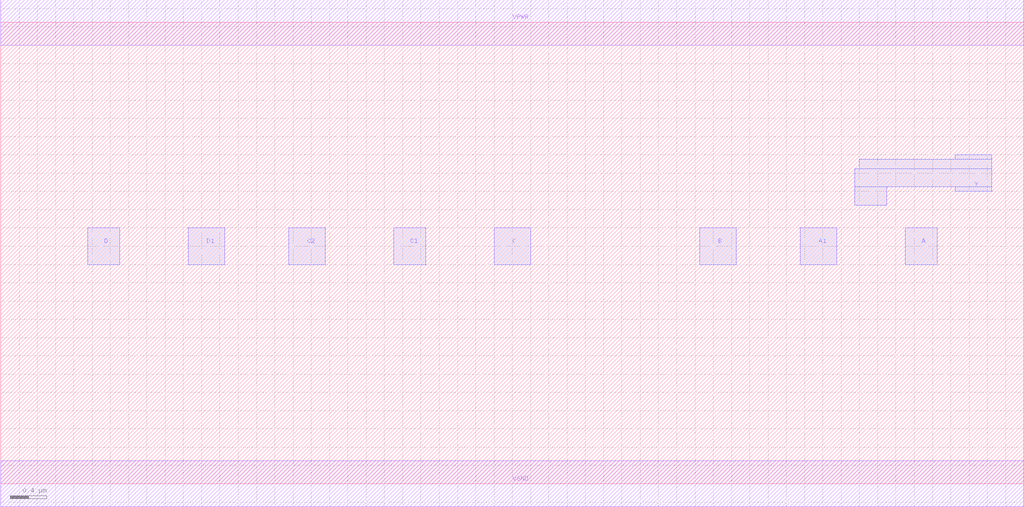
<source format=lef>
VERSION 5.7 ;
  NOWIREEXTENSIONATPIN ON ;
  DIVIDERCHAR "/" ;
  BUSBITCHARS "[]" ;
MACRO OAAAOI2132
  CLASS CORE ;
  FOREIGN OAAAOI2132 ;
  ORIGIN 0.000 0.000 ;
  SIZE 11.200 BY 5.050 ;
  SYMMETRY X Y R90 ;
  SITE unit ;
  PIN VPWR
    DIRECTION INOUT ;
    USE POWER ;
    SHAPE ABUTMENT ;
    PORT
      LAYER Metal1 ;
        RECT 0.000 4.800 11.200 5.300 ;
    END
  END VPWR
  PIN VGND
    DIRECTION INOUT ;
    USE GROUND ;
    SHAPE ABUTMENT ;
    PORT
      LAYER Metal1 ;
        RECT 0.000 -0.250 11.200 0.250 ;
    END
  END VGND
  PIN Y
    DIRECTION INOUT ;
    USE SIGNAL ;
    SHAPE ABUTMENT ;
    PORT
      LAYER Metal2 ;
        RECT 10.450 3.550 10.850 3.600 ;
        RECT 9.400 3.450 10.850 3.550 ;
        RECT 9.350 3.250 10.850 3.450 ;
        RECT 9.350 3.050 9.700 3.250 ;
        RECT 10.450 3.200 10.850 3.250 ;
    END
  END Y
  PIN A1
    DIRECTION INOUT ;
    USE SIGNAL ;
    SHAPE ABUTMENT ;
    PORT
      LAYER Metal2 ;
        RECT 8.750 2.400 9.150 2.800 ;
    END
  END A1
  PIN A
    DIRECTION INOUT ;
    USE SIGNAL ;
    SHAPE ABUTMENT ;
    PORT
      LAYER Metal2 ;
        RECT 9.900 2.400 10.250 2.800 ;
    END
  END A
  PIN C
    DIRECTION INOUT ;
    USE SIGNAL ;
    SHAPE ABUTMENT ;
    PORT
      LAYER Metal2 ;
        RECT 5.400 2.400 5.800 2.800 ;
    END
  END C
  PIN C1
    DIRECTION INOUT ;
    USE SIGNAL ;
    SHAPE ABUTMENT ;
    PORT
      LAYER Metal2 ;
        RECT 4.300 2.400 4.650 2.800 ;
    END
  END C1
  PIN B
    DIRECTION INOUT ;
    USE SIGNAL ;
    SHAPE ABUTMENT ;
    PORT
      LAYER Metal2 ;
        RECT 7.650 2.400 8.050 2.800 ;
    END
  END B
  PIN C2
    DIRECTION INOUT ;
    USE SIGNAL ;
    SHAPE ABUTMENT ;
    PORT
      LAYER Metal2 ;
        RECT 3.150 2.400 3.550 2.800 ;
    END
  END C2
  PIN D
    DIRECTION INOUT ;
    USE SIGNAL ;
    SHAPE ABUTMENT ;
    PORT
      LAYER Metal2 ;
        RECT 0.950 2.400 1.300 2.800 ;
    END
  END D
  PIN D1
    DIRECTION INOUT ;
    USE SIGNAL ;
    SHAPE ABUTMENT ;
    PORT
      LAYER Metal2 ;
        RECT 2.050 2.400 2.450 2.800 ;
    END
  END D1
END OAAAOI2132
END LIBRARY


</source>
